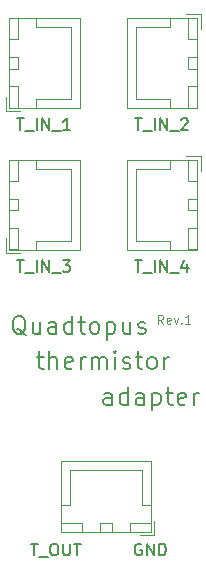
<source format=gto>
G04 #@! TF.GenerationSoftware,KiCad,Pcbnew,5.1.9+dfsg1-1*
G04 #@! TF.CreationDate,2023-01-27T16:31:19+09:00*
G04 #@! TF.ProjectId,quadtopus-thermistor,71756164-746f-4707-9573-2d746865726d,rev?*
G04 #@! TF.SameCoordinates,Original*
G04 #@! TF.FileFunction,Legend,Top*
G04 #@! TF.FilePolarity,Positive*
%FSLAX46Y46*%
G04 Gerber Fmt 4.6, Leading zero omitted, Abs format (unit mm)*
G04 Created by KiCad (PCBNEW 5.1.9+dfsg1-1) date 2023-01-27 16:31:19*
%MOMM*%
%LPD*%
G01*
G04 APERTURE LIST*
%ADD10C,0.120000*%
%ADD11C,0.200000*%
%ADD12C,0.150000*%
%ADD13C,5.700000*%
%ADD14O,1.700000X2.000000*%
%ADD15O,2.000000X1.700000*%
G04 APERTURE END LIST*
D10*
X137089285Y-114839285D02*
X136839285Y-114482142D01*
X136660714Y-114839285D02*
X136660714Y-114089285D01*
X136946428Y-114089285D01*
X137017857Y-114125000D01*
X137053571Y-114160714D01*
X137089285Y-114232142D01*
X137089285Y-114339285D01*
X137053571Y-114410714D01*
X137017857Y-114446428D01*
X136946428Y-114482142D01*
X136660714Y-114482142D01*
X137696428Y-114803571D02*
X137625000Y-114839285D01*
X137482142Y-114839285D01*
X137410714Y-114803571D01*
X137375000Y-114732142D01*
X137375000Y-114446428D01*
X137410714Y-114375000D01*
X137482142Y-114339285D01*
X137625000Y-114339285D01*
X137696428Y-114375000D01*
X137732142Y-114446428D01*
X137732142Y-114517857D01*
X137375000Y-114589285D01*
X137982142Y-114339285D02*
X138160714Y-114839285D01*
X138339285Y-114339285D01*
X138625000Y-114767857D02*
X138660714Y-114803571D01*
X138625000Y-114839285D01*
X138589285Y-114803571D01*
X138625000Y-114767857D01*
X138625000Y-114839285D01*
X139375000Y-114839285D02*
X138946428Y-114839285D01*
X139160714Y-114839285D02*
X139160714Y-114089285D01*
X139089285Y-114196428D01*
X139017857Y-114267857D01*
X138946428Y-114303571D01*
D11*
X132750000Y-121678571D02*
X132750000Y-120892857D01*
X132678571Y-120750000D01*
X132535714Y-120678571D01*
X132250000Y-120678571D01*
X132107142Y-120750000D01*
X132750000Y-121607142D02*
X132607142Y-121678571D01*
X132250000Y-121678571D01*
X132107142Y-121607142D01*
X132035714Y-121464285D01*
X132035714Y-121321428D01*
X132107142Y-121178571D01*
X132250000Y-121107142D01*
X132607142Y-121107142D01*
X132750000Y-121035714D01*
X134107142Y-121678571D02*
X134107142Y-120178571D01*
X134107142Y-121607142D02*
X133964285Y-121678571D01*
X133678571Y-121678571D01*
X133535714Y-121607142D01*
X133464285Y-121535714D01*
X133392857Y-121392857D01*
X133392857Y-120964285D01*
X133464285Y-120821428D01*
X133535714Y-120750000D01*
X133678571Y-120678571D01*
X133964285Y-120678571D01*
X134107142Y-120750000D01*
X135464285Y-121678571D02*
X135464285Y-120892857D01*
X135392857Y-120750000D01*
X135250000Y-120678571D01*
X134964285Y-120678571D01*
X134821428Y-120750000D01*
X135464285Y-121607142D02*
X135321428Y-121678571D01*
X134964285Y-121678571D01*
X134821428Y-121607142D01*
X134750000Y-121464285D01*
X134750000Y-121321428D01*
X134821428Y-121178571D01*
X134964285Y-121107142D01*
X135321428Y-121107142D01*
X135464285Y-121035714D01*
X136178571Y-120678571D02*
X136178571Y-122178571D01*
X136178571Y-120750000D02*
X136321428Y-120678571D01*
X136607142Y-120678571D01*
X136750000Y-120750000D01*
X136821428Y-120821428D01*
X136892857Y-120964285D01*
X136892857Y-121392857D01*
X136821428Y-121535714D01*
X136750000Y-121607142D01*
X136607142Y-121678571D01*
X136321428Y-121678571D01*
X136178571Y-121607142D01*
X137321428Y-120678571D02*
X137892857Y-120678571D01*
X137535714Y-120178571D02*
X137535714Y-121464285D01*
X137607142Y-121607142D01*
X137750000Y-121678571D01*
X137892857Y-121678571D01*
X138964285Y-121607142D02*
X138821428Y-121678571D01*
X138535714Y-121678571D01*
X138392857Y-121607142D01*
X138321428Y-121464285D01*
X138321428Y-120892857D01*
X138392857Y-120750000D01*
X138535714Y-120678571D01*
X138821428Y-120678571D01*
X138964285Y-120750000D01*
X139035714Y-120892857D01*
X139035714Y-121035714D01*
X138321428Y-121178571D01*
X139678571Y-121678571D02*
X139678571Y-120678571D01*
X139678571Y-120964285D02*
X139750000Y-120821428D01*
X139821428Y-120750000D01*
X139964285Y-120678571D01*
X140107142Y-120678571D01*
X126392857Y-117678571D02*
X126964285Y-117678571D01*
X126607142Y-117178571D02*
X126607142Y-118464285D01*
X126678571Y-118607142D01*
X126821428Y-118678571D01*
X126964285Y-118678571D01*
X127464285Y-118678571D02*
X127464285Y-117178571D01*
X128107142Y-118678571D02*
X128107142Y-117892857D01*
X128035714Y-117750000D01*
X127892857Y-117678571D01*
X127678571Y-117678571D01*
X127535714Y-117750000D01*
X127464285Y-117821428D01*
X129392857Y-118607142D02*
X129250000Y-118678571D01*
X128964285Y-118678571D01*
X128821428Y-118607142D01*
X128750000Y-118464285D01*
X128750000Y-117892857D01*
X128821428Y-117750000D01*
X128964285Y-117678571D01*
X129250000Y-117678571D01*
X129392857Y-117750000D01*
X129464285Y-117892857D01*
X129464285Y-118035714D01*
X128750000Y-118178571D01*
X130107142Y-118678571D02*
X130107142Y-117678571D01*
X130107142Y-117964285D02*
X130178571Y-117821428D01*
X130250000Y-117750000D01*
X130392857Y-117678571D01*
X130535714Y-117678571D01*
X131035714Y-118678571D02*
X131035714Y-117678571D01*
X131035714Y-117821428D02*
X131107142Y-117750000D01*
X131250000Y-117678571D01*
X131464285Y-117678571D01*
X131607142Y-117750000D01*
X131678571Y-117892857D01*
X131678571Y-118678571D01*
X131678571Y-117892857D02*
X131750000Y-117750000D01*
X131892857Y-117678571D01*
X132107142Y-117678571D01*
X132250000Y-117750000D01*
X132321428Y-117892857D01*
X132321428Y-118678571D01*
X133035714Y-118678571D02*
X133035714Y-117678571D01*
X133035714Y-117178571D02*
X132964285Y-117250000D01*
X133035714Y-117321428D01*
X133107142Y-117250000D01*
X133035714Y-117178571D01*
X133035714Y-117321428D01*
X133678571Y-118607142D02*
X133821428Y-118678571D01*
X134107142Y-118678571D01*
X134250000Y-118607142D01*
X134321428Y-118464285D01*
X134321428Y-118392857D01*
X134250000Y-118250000D01*
X134107142Y-118178571D01*
X133892857Y-118178571D01*
X133750000Y-118107142D01*
X133678571Y-117964285D01*
X133678571Y-117892857D01*
X133750000Y-117750000D01*
X133892857Y-117678571D01*
X134107142Y-117678571D01*
X134250000Y-117750000D01*
X134750000Y-117678571D02*
X135321428Y-117678571D01*
X134964285Y-117178571D02*
X134964285Y-118464285D01*
X135035714Y-118607142D01*
X135178571Y-118678571D01*
X135321428Y-118678571D01*
X136035714Y-118678571D02*
X135892857Y-118607142D01*
X135821428Y-118535714D01*
X135750000Y-118392857D01*
X135750000Y-117964285D01*
X135821428Y-117821428D01*
X135892857Y-117750000D01*
X136035714Y-117678571D01*
X136250000Y-117678571D01*
X136392857Y-117750000D01*
X136464285Y-117821428D01*
X136535714Y-117964285D01*
X136535714Y-118392857D01*
X136464285Y-118535714D01*
X136392857Y-118607142D01*
X136250000Y-118678571D01*
X136035714Y-118678571D01*
X137178571Y-118678571D02*
X137178571Y-117678571D01*
X137178571Y-117964285D02*
X137250000Y-117821428D01*
X137321428Y-117750000D01*
X137464285Y-117678571D01*
X137607142Y-117678571D01*
X125464285Y-115821428D02*
X125321428Y-115750000D01*
X125178571Y-115607142D01*
X124964285Y-115392857D01*
X124821428Y-115321428D01*
X124678571Y-115321428D01*
X124750000Y-115678571D02*
X124607142Y-115607142D01*
X124464285Y-115464285D01*
X124392857Y-115178571D01*
X124392857Y-114678571D01*
X124464285Y-114392857D01*
X124607142Y-114250000D01*
X124750000Y-114178571D01*
X125035714Y-114178571D01*
X125178571Y-114250000D01*
X125321428Y-114392857D01*
X125392857Y-114678571D01*
X125392857Y-115178571D01*
X125321428Y-115464285D01*
X125178571Y-115607142D01*
X125035714Y-115678571D01*
X124750000Y-115678571D01*
X126678571Y-114678571D02*
X126678571Y-115678571D01*
X126035714Y-114678571D02*
X126035714Y-115464285D01*
X126107142Y-115607142D01*
X126250000Y-115678571D01*
X126464285Y-115678571D01*
X126607142Y-115607142D01*
X126678571Y-115535714D01*
X128035714Y-115678571D02*
X128035714Y-114892857D01*
X127964285Y-114750000D01*
X127821428Y-114678571D01*
X127535714Y-114678571D01*
X127392857Y-114750000D01*
X128035714Y-115607142D02*
X127892857Y-115678571D01*
X127535714Y-115678571D01*
X127392857Y-115607142D01*
X127321428Y-115464285D01*
X127321428Y-115321428D01*
X127392857Y-115178571D01*
X127535714Y-115107142D01*
X127892857Y-115107142D01*
X128035714Y-115035714D01*
X129392857Y-115678571D02*
X129392857Y-114178571D01*
X129392857Y-115607142D02*
X129250000Y-115678571D01*
X128964285Y-115678571D01*
X128821428Y-115607142D01*
X128750000Y-115535714D01*
X128678571Y-115392857D01*
X128678571Y-114964285D01*
X128750000Y-114821428D01*
X128821428Y-114750000D01*
X128964285Y-114678571D01*
X129250000Y-114678571D01*
X129392857Y-114750000D01*
X129892857Y-114678571D02*
X130464285Y-114678571D01*
X130107142Y-114178571D02*
X130107142Y-115464285D01*
X130178571Y-115607142D01*
X130321428Y-115678571D01*
X130464285Y-115678571D01*
X131178571Y-115678571D02*
X131035714Y-115607142D01*
X130964285Y-115535714D01*
X130892857Y-115392857D01*
X130892857Y-114964285D01*
X130964285Y-114821428D01*
X131035714Y-114750000D01*
X131178571Y-114678571D01*
X131392857Y-114678571D01*
X131535714Y-114750000D01*
X131607142Y-114821428D01*
X131678571Y-114964285D01*
X131678571Y-115392857D01*
X131607142Y-115535714D01*
X131535714Y-115607142D01*
X131392857Y-115678571D01*
X131178571Y-115678571D01*
X132321428Y-114678571D02*
X132321428Y-116178571D01*
X132321428Y-114750000D02*
X132464285Y-114678571D01*
X132750000Y-114678571D01*
X132892857Y-114750000D01*
X132964285Y-114821428D01*
X133035714Y-114964285D01*
X133035714Y-115392857D01*
X132964285Y-115535714D01*
X132892857Y-115607142D01*
X132750000Y-115678571D01*
X132464285Y-115678571D01*
X132321428Y-115607142D01*
X134321428Y-114678571D02*
X134321428Y-115678571D01*
X133678571Y-114678571D02*
X133678571Y-115464285D01*
X133750000Y-115607142D01*
X133892857Y-115678571D01*
X134107142Y-115678571D01*
X134250000Y-115607142D01*
X134321428Y-115535714D01*
X134964285Y-115607142D02*
X135107142Y-115678571D01*
X135392857Y-115678571D01*
X135535714Y-115607142D01*
X135607142Y-115464285D01*
X135607142Y-115392857D01*
X135535714Y-115250000D01*
X135392857Y-115178571D01*
X135178571Y-115178571D01*
X135035714Y-115107142D01*
X134964285Y-114964285D01*
X134964285Y-114892857D01*
X135035714Y-114750000D01*
X135178571Y-114678571D01*
X135392857Y-114678571D01*
X135535714Y-114750000D01*
D12*
X134714285Y-109452380D02*
X135285714Y-109452380D01*
X135000000Y-110452380D02*
X135000000Y-109452380D01*
X135380952Y-110547619D02*
X136142857Y-110547619D01*
X136380952Y-110452380D02*
X136380952Y-109452380D01*
X136857142Y-110452380D02*
X136857142Y-109452380D01*
X137428571Y-110452380D01*
X137428571Y-109452380D01*
X137666666Y-110547619D02*
X138428571Y-110547619D01*
X139095238Y-109785714D02*
X139095238Y-110452380D01*
X138857142Y-109404761D02*
X138619047Y-110119047D01*
X139238095Y-110119047D01*
X124714285Y-109452380D02*
X125285714Y-109452380D01*
X125000000Y-110452380D02*
X125000000Y-109452380D01*
X125380952Y-110547619D02*
X126142857Y-110547619D01*
X126380952Y-110452380D02*
X126380952Y-109452380D01*
X126857142Y-110452380D02*
X126857142Y-109452380D01*
X127428571Y-110452380D01*
X127428571Y-109452380D01*
X127666666Y-110547619D02*
X128428571Y-110547619D01*
X128571428Y-109452380D02*
X129190476Y-109452380D01*
X128857142Y-109833333D01*
X129000000Y-109833333D01*
X129095238Y-109880952D01*
X129142857Y-109928571D01*
X129190476Y-110023809D01*
X129190476Y-110261904D01*
X129142857Y-110357142D01*
X129095238Y-110404761D01*
X129000000Y-110452380D01*
X128714285Y-110452380D01*
X128619047Y-110404761D01*
X128571428Y-110357142D01*
X134714285Y-97452380D02*
X135285714Y-97452380D01*
X135000000Y-98452380D02*
X135000000Y-97452380D01*
X135380952Y-98547619D02*
X136142857Y-98547619D01*
X136380952Y-98452380D02*
X136380952Y-97452380D01*
X136857142Y-98452380D02*
X136857142Y-97452380D01*
X137428571Y-98452380D01*
X137428571Y-97452380D01*
X137666666Y-98547619D02*
X138428571Y-98547619D01*
X138619047Y-97547619D02*
X138666666Y-97500000D01*
X138761904Y-97452380D01*
X139000000Y-97452380D01*
X139095238Y-97500000D01*
X139142857Y-97547619D01*
X139190476Y-97642857D01*
X139190476Y-97738095D01*
X139142857Y-97880952D01*
X138571428Y-98452380D01*
X139190476Y-98452380D01*
X124714285Y-97452380D02*
X125285714Y-97452380D01*
X125000000Y-98452380D02*
X125000000Y-97452380D01*
X125380952Y-98547619D02*
X126142857Y-98547619D01*
X126380952Y-98452380D02*
X126380952Y-97452380D01*
X126857142Y-98452380D02*
X126857142Y-97452380D01*
X127428571Y-98452380D01*
X127428571Y-97452380D01*
X127666666Y-98547619D02*
X128428571Y-98547619D01*
X129190476Y-98452380D02*
X128619047Y-98452380D01*
X128904761Y-98452380D02*
X128904761Y-97452380D01*
X128809523Y-97595238D01*
X128714285Y-97690476D01*
X128619047Y-97738095D01*
X135238095Y-133500000D02*
X135142857Y-133452380D01*
X135000000Y-133452380D01*
X134857142Y-133500000D01*
X134761904Y-133595238D01*
X134714285Y-133690476D01*
X134666666Y-133880952D01*
X134666666Y-134023809D01*
X134714285Y-134214285D01*
X134761904Y-134309523D01*
X134857142Y-134404761D01*
X135000000Y-134452380D01*
X135095238Y-134452380D01*
X135238095Y-134404761D01*
X135285714Y-134357142D01*
X135285714Y-134023809D01*
X135095238Y-134023809D01*
X135714285Y-134452380D02*
X135714285Y-133452380D01*
X136285714Y-134452380D01*
X136285714Y-133452380D01*
X136761904Y-134452380D02*
X136761904Y-133452380D01*
X137000000Y-133452380D01*
X137142857Y-133500000D01*
X137238095Y-133595238D01*
X137285714Y-133690476D01*
X137333333Y-133880952D01*
X137333333Y-134023809D01*
X137285714Y-134214285D01*
X137238095Y-134309523D01*
X137142857Y-134404761D01*
X137000000Y-134452380D01*
X136761904Y-134452380D01*
X125904761Y-133452380D02*
X126476190Y-133452380D01*
X126190476Y-134452380D02*
X126190476Y-133452380D01*
X126571428Y-134547619D02*
X127333333Y-134547619D01*
X127761904Y-133452380D02*
X127952380Y-133452380D01*
X128047619Y-133500000D01*
X128142857Y-133595238D01*
X128190476Y-133785714D01*
X128190476Y-134119047D01*
X128142857Y-134309523D01*
X128047619Y-134404761D01*
X127952380Y-134452380D01*
X127761904Y-134452380D01*
X127666666Y-134404761D01*
X127571428Y-134309523D01*
X127523809Y-134119047D01*
X127523809Y-133785714D01*
X127571428Y-133595238D01*
X127666666Y-133500000D01*
X127761904Y-133452380D01*
X128619047Y-133452380D02*
X128619047Y-134261904D01*
X128666666Y-134357142D01*
X128714285Y-134404761D01*
X128809523Y-134452380D01*
X129000000Y-134452380D01*
X129095238Y-134404761D01*
X129142857Y-134357142D01*
X129190476Y-134261904D01*
X129190476Y-133452380D01*
X129523809Y-133452380D02*
X130095238Y-133452380D01*
X129809523Y-134452380D02*
X129809523Y-133452380D01*
D10*
X136350000Y-132750000D02*
X136350000Y-131500000D01*
X135100000Y-132750000D02*
X136350000Y-132750000D01*
X129200000Y-127250000D02*
X132250000Y-127250000D01*
X129200000Y-130200000D02*
X129200000Y-127250000D01*
X128450000Y-130200000D02*
X129200000Y-130200000D01*
X135300000Y-127250000D02*
X132250000Y-127250000D01*
X135300000Y-130200000D02*
X135300000Y-127250000D01*
X136050000Y-130200000D02*
X135300000Y-130200000D01*
X128450000Y-132450000D02*
X130250000Y-132450000D01*
X128450000Y-131700000D02*
X128450000Y-132450000D01*
X130250000Y-131700000D02*
X128450000Y-131700000D01*
X130250000Y-132450000D02*
X130250000Y-131700000D01*
X134250000Y-132450000D02*
X136050000Y-132450000D01*
X134250000Y-131700000D02*
X134250000Y-132450000D01*
X136050000Y-131700000D02*
X134250000Y-131700000D01*
X136050000Y-132450000D02*
X136050000Y-131700000D01*
X131750000Y-132450000D02*
X132750000Y-132450000D01*
X131750000Y-131700000D02*
X131750000Y-132450000D01*
X132750000Y-131700000D02*
X131750000Y-131700000D01*
X132750000Y-132450000D02*
X132750000Y-131700000D01*
X128440000Y-132460000D02*
X136060000Y-132460000D01*
X128440000Y-126490000D02*
X128440000Y-132460000D01*
X136060000Y-126490000D02*
X128440000Y-126490000D01*
X136060000Y-132460000D02*
X136060000Y-126490000D01*
X140250000Y-100650000D02*
X139000000Y-100650000D01*
X140250000Y-101900000D02*
X140250000Y-100650000D01*
X134750000Y-107800000D02*
X134750000Y-104750000D01*
X137700000Y-107800000D02*
X134750000Y-107800000D01*
X137700000Y-108550000D02*
X137700000Y-107800000D01*
X134750000Y-101700000D02*
X134750000Y-104750000D01*
X137700000Y-101700000D02*
X134750000Y-101700000D01*
X137700000Y-100950000D02*
X137700000Y-101700000D01*
X139950000Y-108550000D02*
X139950000Y-106750000D01*
X139200000Y-108550000D02*
X139950000Y-108550000D01*
X139200000Y-106750000D02*
X139200000Y-108550000D01*
X139950000Y-106750000D02*
X139200000Y-106750000D01*
X139950000Y-102750000D02*
X139950000Y-100950000D01*
X139200000Y-102750000D02*
X139950000Y-102750000D01*
X139200000Y-100950000D02*
X139200000Y-102750000D01*
X139950000Y-100950000D02*
X139200000Y-100950000D01*
X139950000Y-105250000D02*
X139950000Y-104250000D01*
X139200000Y-105250000D02*
X139950000Y-105250000D01*
X139200000Y-104250000D02*
X139200000Y-105250000D01*
X139950000Y-104250000D02*
X139200000Y-104250000D01*
X139960000Y-108560000D02*
X139960000Y-100940000D01*
X133990000Y-108560000D02*
X139960000Y-108560000D01*
X133990000Y-100940000D02*
X133990000Y-108560000D01*
X139960000Y-100940000D02*
X133990000Y-100940000D01*
X124040000Y-96560000D02*
X130010000Y-96560000D01*
X130010000Y-96560000D02*
X130010000Y-88940000D01*
X130010000Y-88940000D02*
X124040000Y-88940000D01*
X124040000Y-88940000D02*
X124040000Y-96560000D01*
X124050000Y-93250000D02*
X124800000Y-93250000D01*
X124800000Y-93250000D02*
X124800000Y-92250000D01*
X124800000Y-92250000D02*
X124050000Y-92250000D01*
X124050000Y-92250000D02*
X124050000Y-93250000D01*
X124050000Y-96550000D02*
X124800000Y-96550000D01*
X124800000Y-96550000D02*
X124800000Y-94750000D01*
X124800000Y-94750000D02*
X124050000Y-94750000D01*
X124050000Y-94750000D02*
X124050000Y-96550000D01*
X124050000Y-90750000D02*
X124800000Y-90750000D01*
X124800000Y-90750000D02*
X124800000Y-88950000D01*
X124800000Y-88950000D02*
X124050000Y-88950000D01*
X124050000Y-88950000D02*
X124050000Y-90750000D01*
X126300000Y-96550000D02*
X126300000Y-95800000D01*
X126300000Y-95800000D02*
X129250000Y-95800000D01*
X129250000Y-95800000D02*
X129250000Y-92750000D01*
X126300000Y-88950000D02*
X126300000Y-89700000D01*
X126300000Y-89700000D02*
X129250000Y-89700000D01*
X129250000Y-89700000D02*
X129250000Y-92750000D01*
X123750000Y-95600000D02*
X123750000Y-96850000D01*
X123750000Y-96850000D02*
X125000000Y-96850000D01*
X123750000Y-108850000D02*
X125000000Y-108850000D01*
X123750000Y-107600000D02*
X123750000Y-108850000D01*
X129250000Y-101700000D02*
X129250000Y-104750000D01*
X126300000Y-101700000D02*
X129250000Y-101700000D01*
X126300000Y-100950000D02*
X126300000Y-101700000D01*
X129250000Y-107800000D02*
X129250000Y-104750000D01*
X126300000Y-107800000D02*
X129250000Y-107800000D01*
X126300000Y-108550000D02*
X126300000Y-107800000D01*
X124050000Y-100950000D02*
X124050000Y-102750000D01*
X124800000Y-100950000D02*
X124050000Y-100950000D01*
X124800000Y-102750000D02*
X124800000Y-100950000D01*
X124050000Y-102750000D02*
X124800000Y-102750000D01*
X124050000Y-106750000D02*
X124050000Y-108550000D01*
X124800000Y-106750000D02*
X124050000Y-106750000D01*
X124800000Y-108550000D02*
X124800000Y-106750000D01*
X124050000Y-108550000D02*
X124800000Y-108550000D01*
X124050000Y-104250000D02*
X124050000Y-105250000D01*
X124800000Y-104250000D02*
X124050000Y-104250000D01*
X124800000Y-105250000D02*
X124800000Y-104250000D01*
X124050000Y-105250000D02*
X124800000Y-105250000D01*
X124040000Y-100940000D02*
X124040000Y-108560000D01*
X130010000Y-100940000D02*
X124040000Y-100940000D01*
X130010000Y-108560000D02*
X130010000Y-100940000D01*
X124040000Y-108560000D02*
X130010000Y-108560000D01*
X139960000Y-88940000D02*
X133990000Y-88940000D01*
X133990000Y-88940000D02*
X133990000Y-96560000D01*
X133990000Y-96560000D02*
X139960000Y-96560000D01*
X139960000Y-96560000D02*
X139960000Y-88940000D01*
X139950000Y-92250000D02*
X139200000Y-92250000D01*
X139200000Y-92250000D02*
X139200000Y-93250000D01*
X139200000Y-93250000D02*
X139950000Y-93250000D01*
X139950000Y-93250000D02*
X139950000Y-92250000D01*
X139950000Y-88950000D02*
X139200000Y-88950000D01*
X139200000Y-88950000D02*
X139200000Y-90750000D01*
X139200000Y-90750000D02*
X139950000Y-90750000D01*
X139950000Y-90750000D02*
X139950000Y-88950000D01*
X139950000Y-94750000D02*
X139200000Y-94750000D01*
X139200000Y-94750000D02*
X139200000Y-96550000D01*
X139200000Y-96550000D02*
X139950000Y-96550000D01*
X139950000Y-96550000D02*
X139950000Y-94750000D01*
X137700000Y-88950000D02*
X137700000Y-89700000D01*
X137700000Y-89700000D02*
X134750000Y-89700000D01*
X134750000Y-89700000D02*
X134750000Y-92750000D01*
X137700000Y-96550000D02*
X137700000Y-95800000D01*
X137700000Y-95800000D02*
X134750000Y-95800000D01*
X134750000Y-95800000D02*
X134750000Y-92750000D01*
X140250000Y-89900000D02*
X140250000Y-88650000D01*
X140250000Y-88650000D02*
X139000000Y-88650000D01*
%LPC*%
D13*
X132000000Y-137500000D03*
X132000000Y-82500000D03*
G36*
G01*
X134350000Y-129250000D02*
X134350000Y-130750000D01*
G75*
G02*
X134100000Y-131000000I-250000J0D01*
G01*
X132900000Y-131000000D01*
G75*
G02*
X132650000Y-130750000I0J250000D01*
G01*
X132650000Y-129250000D01*
G75*
G02*
X132900000Y-129000000I250000J0D01*
G01*
X134100000Y-129000000D01*
G75*
G02*
X134350000Y-129250000I0J-250000D01*
G01*
G37*
D14*
X131000000Y-130000000D03*
G36*
G01*
X136750000Y-102650000D02*
X138250000Y-102650000D01*
G75*
G02*
X138500000Y-102900000I0J-250000D01*
G01*
X138500000Y-104100000D01*
G75*
G02*
X138250000Y-104350000I-250000J0D01*
G01*
X136750000Y-104350000D01*
G75*
G02*
X136500000Y-104100000I0J250000D01*
G01*
X136500000Y-102900000D01*
G75*
G02*
X136750000Y-102650000I250000J0D01*
G01*
G37*
D15*
X137500000Y-106000000D03*
X126500000Y-91500000D03*
G36*
G01*
X127250000Y-94850000D02*
X125750000Y-94850000D01*
G75*
G02*
X125500000Y-94600000I0J250000D01*
G01*
X125500000Y-93400000D01*
G75*
G02*
X125750000Y-93150000I250000J0D01*
G01*
X127250000Y-93150000D01*
G75*
G02*
X127500000Y-93400000I0J-250000D01*
G01*
X127500000Y-94600000D01*
G75*
G02*
X127250000Y-94850000I-250000J0D01*
G01*
G37*
G36*
G01*
X127250000Y-106850000D02*
X125750000Y-106850000D01*
G75*
G02*
X125500000Y-106600000I0J250000D01*
G01*
X125500000Y-105400000D01*
G75*
G02*
X125750000Y-105150000I250000J0D01*
G01*
X127250000Y-105150000D01*
G75*
G02*
X127500000Y-105400000I0J-250000D01*
G01*
X127500000Y-106600000D01*
G75*
G02*
X127250000Y-106850000I-250000J0D01*
G01*
G37*
X126500000Y-103500000D03*
X137500000Y-94000000D03*
G36*
G01*
X136750000Y-90650000D02*
X138250000Y-90650000D01*
G75*
G02*
X138500000Y-90900000I0J-250000D01*
G01*
X138500000Y-92100000D01*
G75*
G02*
X138250000Y-92350000I-250000J0D01*
G01*
X136750000Y-92350000D01*
G75*
G02*
X136500000Y-92100000I0J250000D01*
G01*
X136500000Y-90900000D01*
G75*
G02*
X136750000Y-90650000I250000J0D01*
G01*
G37*
M02*

</source>
